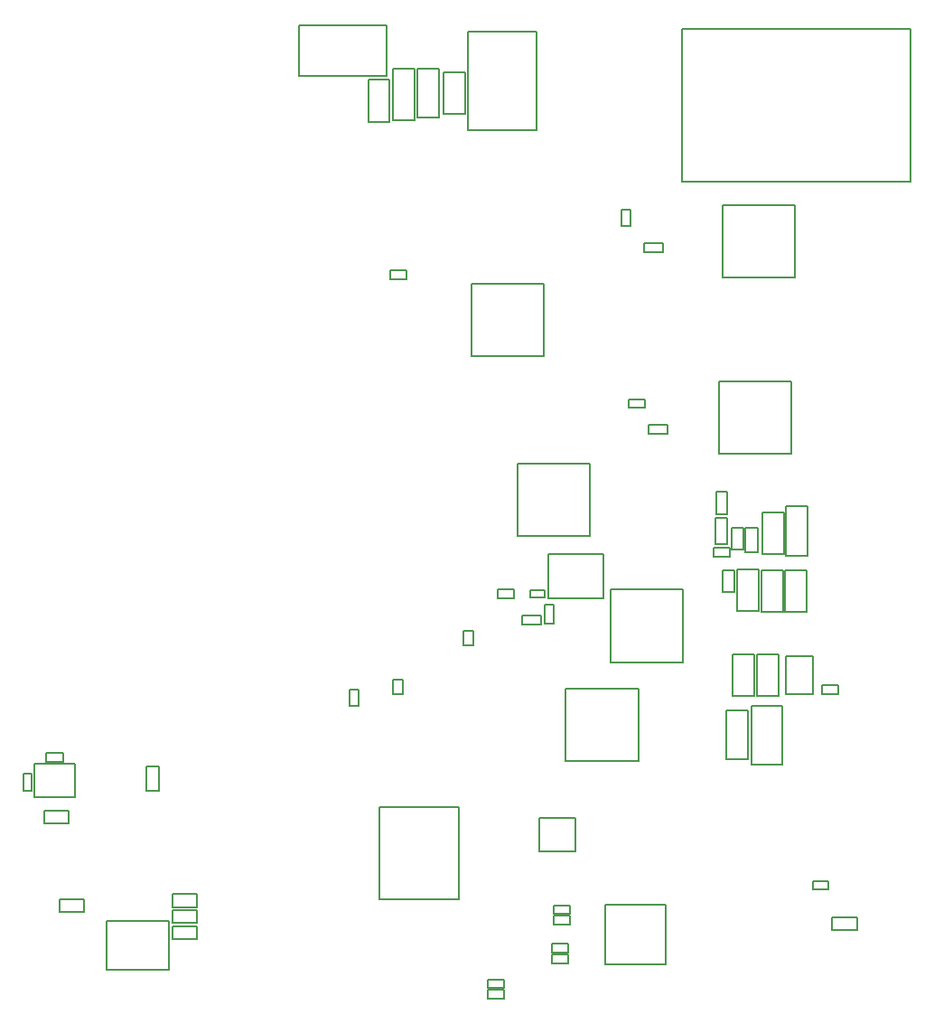
<source format=gbr>
G04*
G04 #@! TF.GenerationSoftware,Altium Limited,Altium Designer,24.9.1 (31)*
G04*
G04 Layer_Color=32768*
%FSLAX25Y25*%
%MOIN*%
G70*
G04*
G04 #@! TF.SameCoordinates,8C3FED30-37FA-4A54-8C90-A1F039295453*
G04*
G04*
G04 #@! TF.FilePolarity,Positive*
G04*
G01*
G75*
%ADD12C,0.00787*%
D12*
X201568Y-298952D02*
X230899D01*
Y-332810D02*
Y-298952D01*
X201568Y-332810D02*
X230899D01*
X201568D02*
Y-298952D01*
X232601Y-239146D02*
Y-233831D01*
Y-239146D02*
X236341D01*
Y-233831D01*
X232601D02*
X236341D01*
X350163Y-283228D02*
Y-261550D01*
X338721Y-283228D02*
X350163D01*
X338721D02*
Y-261550D01*
X350163D01*
X342966Y-205729D02*
Y-190351D01*
X350840D01*
Y-205729D02*
Y-190351D01*
X342966Y-205729D02*
X350840D01*
X331596Y-203968D02*
X335818D01*
Y-195809D01*
X331596D02*
X335818D01*
X331596Y-203968D02*
Y-195809D01*
X330825Y-206467D02*
Y-203317D01*
X324872D02*
X330825D01*
X324872Y-206467D02*
Y-203317D01*
Y-206467D02*
X330825D01*
X333548Y-211302D02*
X341422D01*
X333548Y-226681D02*
Y-211302D01*
Y-226681D02*
X341422D01*
Y-211302D01*
X336548Y-204892D02*
X341272D01*
Y-195837D01*
X336548D02*
X341272D01*
X336548Y-204892D02*
Y-195837D01*
X331942Y-257861D02*
Y-242482D01*
X339816D01*
Y-257861D02*
Y-242482D01*
X331942Y-257861D02*
X339816D01*
X340997Y-257904D02*
Y-242526D01*
X348871D01*
Y-257904D02*
Y-242526D01*
X340997Y-257904D02*
X348871D01*
X351644Y-243325D02*
X361486D01*
Y-257105D02*
Y-243325D01*
X351644Y-257105D02*
X361486D01*
X351644D02*
Y-243325D01*
X364792Y-257122D02*
X370746D01*
X364792D02*
Y-253973D01*
X370746D01*
Y-257122D02*
Y-253973D01*
X351351Y-211418D02*
X359225D01*
X351351Y-226797D02*
Y-211418D01*
Y-226797D02*
X359225D01*
Y-211418D01*
X337405Y-281185D02*
Y-263075D01*
X329532Y-281185D02*
X337405D01*
X329532D02*
Y-263075D01*
X337405D01*
X332537Y-219704D02*
Y-211544D01*
X328315Y-219704D02*
X332537D01*
X328315D02*
Y-211544D01*
X332537D01*
X351644Y-206149D02*
Y-188038D01*
X359518D01*
Y-206149D02*
Y-188038D01*
X351644Y-206149D02*
X359518D01*
X325388Y-192172D02*
X329718D01*
X325388Y-202015D02*
Y-192172D01*
Y-202015D02*
X329718D01*
Y-192172D01*
X329960Y-190761D02*
Y-182601D01*
X325737Y-190761D02*
X329960D01*
X325737D02*
Y-182601D01*
X329960D01*
X342535Y-211418D02*
X350409D01*
X342535Y-226797D02*
Y-211418D01*
Y-226797D02*
X350409D01*
Y-211418D01*
X326706Y-168627D02*
Y-141839D01*
Y-168627D02*
X353493D01*
Y-141839D01*
X326706D02*
X353493D01*
X307817Y-161184D02*
Y-157749D01*
X300838D02*
X307817D01*
X300838Y-161184D02*
Y-157749D01*
Y-161184D02*
X307817D01*
X290936Y-84638D02*
X294086D01*
Y-78685D01*
X290936D02*
X294086D01*
X290936Y-84638D02*
Y-78685D01*
X306246Y-94321D02*
Y-90886D01*
X299267D02*
X306246D01*
X299267Y-94321D02*
Y-90886D01*
Y-94321D02*
X306246D01*
X211465Y-104198D02*
Y-101048D01*
X205512D02*
X211465D01*
X205512Y-104198D02*
Y-101048D01*
Y-104198D02*
X211465D01*
X293455Y-151588D02*
Y-148439D01*
Y-151588D02*
X299408D01*
Y-148439D01*
X293455D02*
X299408D01*
X263976Y-221850D02*
X284055D01*
Y-205709D01*
X263976D02*
X284055D01*
X263976Y-221850D02*
Y-205709D01*
X254291Y-231685D02*
Y-228250D01*
Y-231685D02*
X261269D01*
Y-228250D01*
X254291D02*
X261269D01*
X262511Y-224369D02*
X265946D01*
X262511Y-231347D02*
Y-224369D01*
Y-231347D02*
X265946D01*
Y-224369D01*
X262676Y-221593D02*
Y-218984D01*
X257311D02*
X262676D01*
X257311Y-221593D02*
Y-218984D01*
Y-221593D02*
X262676D01*
X210181Y-257369D02*
Y-252054D01*
X206441D02*
X210181D01*
X206441Y-257369D02*
Y-252054D01*
Y-257369D02*
X210181D01*
X190558Y-261414D02*
X193707D01*
Y-255460D01*
X190558D02*
X193707D01*
X190558Y-261414D02*
Y-255460D01*
X252406Y-199002D02*
Y-172215D01*
Y-199002D02*
X279193D01*
Y-172215D01*
X252406D02*
X279193D01*
X270278Y-281936D02*
Y-255148D01*
Y-281936D02*
X297065D01*
Y-255148D01*
X270278D02*
X297065D01*
X286904Y-245500D02*
Y-218713D01*
Y-245500D02*
X313692D01*
Y-218713D01*
X286904D02*
X313692D01*
X328188Y-103626D02*
Y-76838D01*
Y-103626D02*
X354975D01*
Y-76838D01*
X328188D02*
X354975D01*
X235444Y-132626D02*
Y-105839D01*
Y-132626D02*
X262232D01*
Y-105839D01*
X235444D02*
X262232D01*
X172011Y-29383D02*
Y-10486D01*
Y-29383D02*
X204334D01*
Y-10486D01*
X172011D02*
X204334D01*
X251297Y-221864D02*
Y-218714D01*
X245343D02*
X251297D01*
X245343Y-221864D02*
Y-218714D01*
Y-221864D02*
X251297D01*
X125145Y-342997D02*
X134224D01*
Y-347722D02*
Y-342997D01*
X125145Y-347722D02*
X134224D01*
X125145D02*
Y-342997D01*
X125145Y-336945D02*
X134224D01*
Y-341669D02*
Y-336945D01*
X125145Y-341669D02*
X134224D01*
X125145D02*
Y-336945D01*
X125145Y-331032D02*
X134224D01*
Y-335756D02*
Y-331032D01*
X125145Y-335756D02*
X134224D01*
X125145D02*
Y-331032D01*
X74212Y-282998D02*
X89173D01*
Y-295203D02*
Y-282998D01*
X74212Y-295203D02*
X89173D01*
X74212D02*
Y-282998D01*
X73287Y-292862D02*
Y-286563D01*
X70138Y-292862D02*
X73287D01*
X70138D02*
Y-286563D01*
X73287D01*
X78587Y-278932D02*
X84886D01*
Y-282082D02*
Y-278932D01*
X78587Y-282082D02*
X84886D01*
X78587D02*
Y-278932D01*
X115491Y-292992D02*
Y-283912D01*
X120215D01*
Y-292992D02*
Y-283912D01*
X115491Y-292992D02*
X120215D01*
X100840Y-358745D02*
Y-340974D01*
Y-358745D02*
X123828D01*
Y-340974D01*
X100840D02*
X123828D01*
X83522Y-337540D02*
X92602D01*
X83522D02*
Y-332815D01*
X92602D01*
Y-337540D02*
Y-332815D01*
X77748Y-304870D02*
X86828D01*
X77748D02*
Y-300145D01*
X86828D01*
Y-304870D02*
Y-300145D01*
X368504Y-344153D02*
Y-339429D01*
Y-344153D02*
X377953D01*
Y-339429D01*
X368504D02*
X377953D01*
X367161Y-329146D02*
Y-326193D01*
X361649D02*
X367161D01*
X361649Y-329146D02*
Y-326193D01*
Y-329146D02*
X367161D01*
X260628Y-302958D02*
X273899D01*
Y-315163D02*
Y-302958D01*
X260628Y-315163D02*
X273899D01*
X260628D02*
Y-302958D01*
X313293Y-11763D02*
X397643D01*
X313293Y-68259D02*
Y-11763D01*
Y-68259D02*
X397643D01*
Y-11763D01*
X241696Y-366355D02*
X247650D01*
Y-369505D02*
Y-366355D01*
X241696Y-369505D02*
X247650D01*
X241696D02*
Y-366355D01*
Y-362464D02*
X247650D01*
Y-365614D02*
Y-362464D01*
X241696Y-365614D02*
X247650D01*
X241696D02*
Y-362464D01*
X285024Y-357041D02*
Y-334994D01*
Y-357041D02*
X307071D01*
Y-334994D01*
X285024D02*
X307071D01*
X271911Y-338301D02*
Y-335152D01*
X265957D02*
X271911D01*
X265957Y-338301D02*
Y-335152D01*
Y-338301D02*
X271911D01*
Y-342123D02*
Y-338973D01*
X265957D02*
X271911D01*
X265957Y-342123D02*
Y-338973D01*
Y-342123D02*
X271911D01*
X271139Y-352514D02*
Y-349364D01*
X265186D02*
X271139D01*
X265186Y-352514D02*
Y-349364D01*
Y-352514D02*
X271139D01*
Y-356491D02*
Y-353341D01*
X265186D02*
X271139D01*
X265186Y-356491D02*
Y-353341D01*
Y-356491D02*
X271139D01*
X214497Y-45580D02*
Y-26485D01*
X206623Y-45580D02*
X214497D01*
X206623D02*
Y-26485D01*
X214497D01*
X215582Y-26583D02*
X223456D01*
X215582Y-44694D02*
Y-26583D01*
Y-44694D02*
X223456D01*
Y-26583D01*
X197447Y-30691D02*
X205321D01*
X197447Y-46070D02*
Y-30691D01*
Y-46070D02*
X205321D01*
Y-30691D01*
X234201Y-12998D02*
X259476D01*
X234201Y-49218D02*
Y-12998D01*
Y-49218D02*
X259476D01*
Y-12998D01*
X225271Y-27949D02*
X233145D01*
X225271Y-43328D02*
Y-27949D01*
Y-43328D02*
X233145D01*
Y-27949D01*
M02*

</source>
